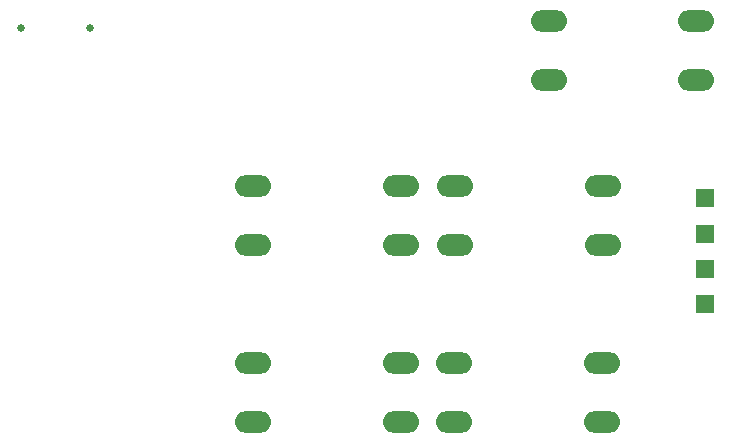
<source format=gbs>
G04 #@! TF.GenerationSoftware,KiCad,Pcbnew,(6.0.7)*
G04 #@! TF.CreationDate,2022-09-05T13:32:46-07:00*
G04 #@! TF.ProjectId,ElGato32,456c4761-746f-4333-922e-6b696361645f,rev?*
G04 #@! TF.SameCoordinates,Original*
G04 #@! TF.FileFunction,Soldermask,Bot*
G04 #@! TF.FilePolarity,Negative*
%FSLAX46Y46*%
G04 Gerber Fmt 4.6, Leading zero omitted, Abs format (unit mm)*
G04 Created by KiCad (PCBNEW (6.0.7)) date 2022-09-05 13:32:46*
%MOMM*%
%LPD*%
G01*
G04 APERTURE LIST*
%ADD10R,1.500000X1.500000*%
%ADD11O,3.048000X1.850000*%
%ADD12C,0.650000*%
G04 APERTURE END LIST*
D10*
X147000000Y-115500000D03*
D11*
X138330000Y-108500000D03*
X125830000Y-108500000D03*
X125830000Y-113500000D03*
X138330000Y-113500000D03*
D12*
X94890000Y-95062500D03*
X89110000Y-95062500D03*
D11*
X108760000Y-123500000D03*
X121260000Y-123500000D03*
X121260000Y-128500000D03*
X108760000Y-128500000D03*
X138260000Y-123500000D03*
X125760000Y-123500000D03*
X138260000Y-128500000D03*
X125760000Y-128500000D03*
X121260000Y-108500000D03*
X108760000Y-108500000D03*
X121260000Y-113500000D03*
X108760000Y-113500000D03*
D10*
X147000000Y-118500000D03*
X147000000Y-112500000D03*
X147000000Y-109500000D03*
D11*
X133760000Y-94500000D03*
X146260000Y-94500000D03*
X146260000Y-99500000D03*
X133760000Y-99500000D03*
M02*

</source>
